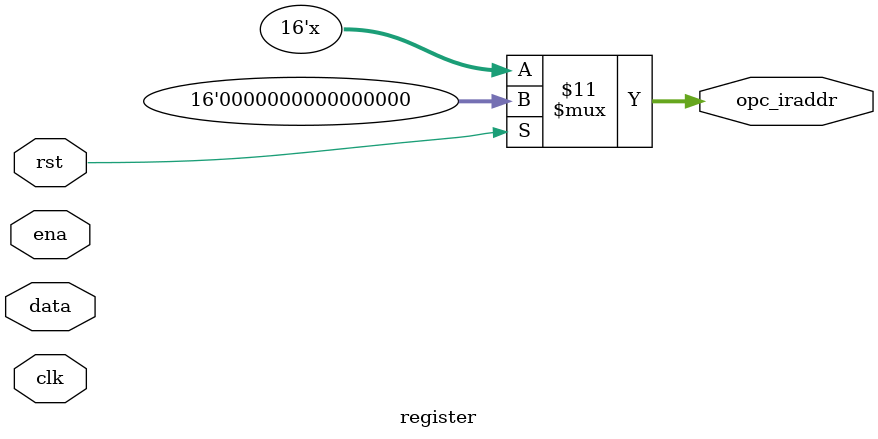
<source format=v>
`timescale 1 ns / 1 ns
module register(opc_iraddr,data,ena,clk,rst);
output [15:0] opc_iraddr;
input [7:0] data;
input ena,clk,rst;
reg[15:0] opc_iraddr;
reg state;


always @(clk)
begin
if(rst)
begin
opc_iraddr<= 16'h0000;
state <= 0;
end
else 
  begin
    if(ena)
	 begin
	 casex(state)
	 1'b0:begin
	 opc_iraddr[15:8] <=data;
	 state <=1;
	 end
	 1'b1:begin
	 opc_iraddr[7:0] <= data;
	 state <=0;
	 end
	 default : begin
	         opc_iraddr[15:0] <= 16'hxxxx;
				state <=1'bx;
				end
	endcase 
	end
	else
	state <=1'b0;
	end
	end
	endmodule
	
</source>
